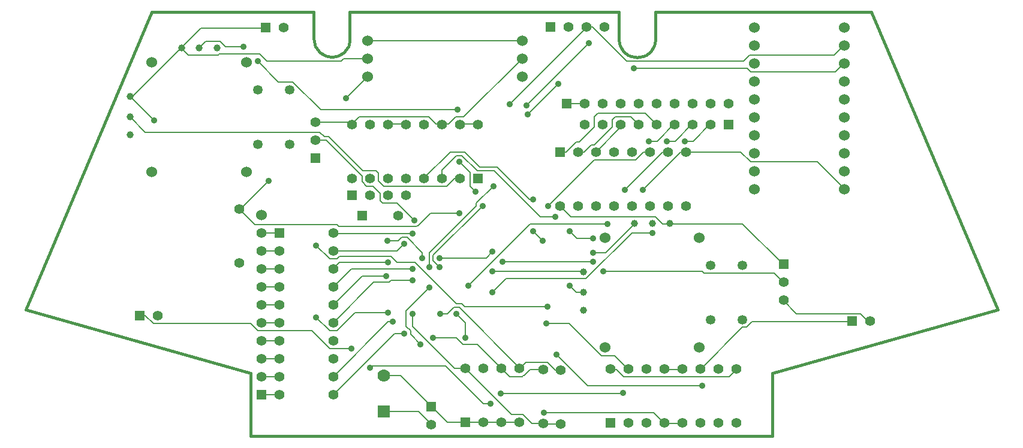
<source format=gbl>
G04 (created by PCBNEW-RS274X (20100406 SVN-R2508)-final) date 9/22/2010 8:11:36 PM*
G01*
G70*
G90*
%MOIN*%
G04 Gerber Fmt 3.4, Leading zero omitted, Abs format*
%FSLAX34Y34*%
G04 APERTURE LIST*
%ADD10C,0.006000*%
%ADD11C,0.015000*%
%ADD12C,0.060000*%
%ADD13R,0.055000X0.055000*%
%ADD14C,0.055000*%
%ADD15C,0.053000*%
%ADD16C,0.039000*%
%ADD17R,0.070000X0.070000*%
%ADD18C,0.070000*%
%ADD19C,0.035000*%
%ADD20C,0.008000*%
G04 APERTURE END LIST*
G54D10*
G54D11*
X47621Y-34111D02*
X62578Y-34111D01*
X64588Y-34111D02*
X65914Y-34111D01*
X65588Y-34110D02*
X67788Y-34110D01*
X36610Y-34110D02*
X45620Y-34110D01*
X45620Y-34110D02*
X45620Y-35610D01*
X45620Y-35610D02*
X45624Y-35697D01*
X45636Y-35783D01*
X45655Y-35868D01*
X45681Y-35952D01*
X45714Y-36032D01*
X45754Y-36109D01*
X45801Y-36183D01*
X45854Y-36252D01*
X45913Y-36317D01*
X45978Y-36376D01*
X46047Y-36429D01*
X46121Y-36476D01*
X46198Y-36516D01*
X46278Y-36549D01*
X46362Y-36575D01*
X46447Y-36594D01*
X46533Y-36606D01*
X46620Y-36610D01*
X46620Y-36610D02*
X46707Y-36606D01*
X46793Y-36594D01*
X46878Y-36575D01*
X46962Y-36549D01*
X47042Y-36516D01*
X47120Y-36476D01*
X47193Y-36429D01*
X47262Y-36376D01*
X47327Y-36317D01*
X47386Y-36252D01*
X47439Y-36183D01*
X47486Y-36109D01*
X47526Y-36032D01*
X47559Y-35952D01*
X47585Y-35868D01*
X47604Y-35783D01*
X47616Y-35697D01*
X47620Y-35610D01*
X47620Y-35610D02*
X47620Y-34110D01*
X62578Y-34110D02*
X62578Y-35610D01*
X62578Y-35630D02*
X62582Y-35717D01*
X62594Y-35803D01*
X62613Y-35888D01*
X62639Y-35972D01*
X62672Y-36052D01*
X62712Y-36129D01*
X62759Y-36203D01*
X62812Y-36272D01*
X62871Y-36337D01*
X62936Y-36396D01*
X63005Y-36449D01*
X63079Y-36496D01*
X63156Y-36536D01*
X63236Y-36569D01*
X63320Y-36595D01*
X63405Y-36614D01*
X63491Y-36626D01*
X63578Y-36630D01*
X63598Y-36630D02*
X63685Y-36626D01*
X63771Y-36614D01*
X63856Y-36595D01*
X63940Y-36569D01*
X64020Y-36536D01*
X64098Y-36496D01*
X64171Y-36449D01*
X64240Y-36396D01*
X64305Y-36337D01*
X64364Y-36272D01*
X64417Y-36203D01*
X64464Y-36129D01*
X64504Y-36052D01*
X64537Y-35972D01*
X64563Y-35888D01*
X64582Y-35803D01*
X64594Y-35717D01*
X64598Y-35630D01*
X64588Y-35629D02*
X64588Y-34129D01*
X67610Y-34110D02*
X76610Y-34110D01*
X76610Y-34110D02*
X83630Y-50690D01*
X83630Y-50690D02*
X71110Y-54210D01*
X71110Y-54210D02*
X71110Y-57710D01*
X71110Y-57710D02*
X42110Y-57710D01*
X42110Y-57710D02*
X42110Y-54210D01*
X42110Y-54210D02*
X29600Y-50690D01*
X29600Y-50690D02*
X36610Y-34110D01*
G54D12*
X75098Y-34965D03*
X75098Y-35965D03*
X75098Y-36965D03*
X75098Y-37965D03*
X75098Y-38965D03*
X75098Y-39965D03*
X75098Y-40965D03*
X75098Y-41965D03*
X75098Y-42965D03*
X75098Y-43965D03*
X70098Y-43965D03*
X70098Y-42965D03*
X70098Y-41965D03*
X70098Y-40965D03*
X70098Y-39965D03*
X70098Y-38965D03*
X70098Y-37965D03*
X70098Y-36965D03*
X70098Y-35965D03*
X70098Y-34965D03*
G54D13*
X59295Y-41915D03*
G54D14*
X60295Y-41915D03*
X61295Y-41915D03*
X62295Y-41915D03*
X63295Y-41915D03*
X64295Y-41915D03*
X65295Y-41915D03*
X66295Y-41915D03*
X66295Y-44915D03*
X65295Y-44915D03*
X64295Y-44915D03*
X63295Y-44915D03*
X62295Y-44915D03*
X61295Y-44915D03*
X60295Y-44915D03*
X59295Y-44915D03*
G54D13*
X54750Y-43370D03*
G54D14*
X53750Y-43370D03*
X52750Y-43370D03*
X51750Y-43370D03*
X50750Y-43370D03*
X49750Y-43370D03*
X48750Y-43370D03*
X47750Y-43370D03*
X47750Y-40370D03*
X48750Y-40370D03*
X49750Y-40370D03*
X50750Y-40370D03*
X51750Y-40370D03*
X52750Y-40370D03*
X53750Y-40370D03*
X54750Y-40370D03*
G54D13*
X48289Y-45443D03*
G54D14*
X50289Y-45443D03*
G54D12*
X67050Y-52770D03*
X67050Y-46670D03*
X61810Y-46670D03*
X61810Y-52770D03*
G54D15*
X69450Y-51230D03*
X67680Y-51230D03*
X69450Y-48200D03*
X67680Y-48200D03*
G54D16*
X65420Y-45880D03*
X64430Y-45880D03*
X63450Y-45880D03*
X60590Y-50700D03*
X60590Y-49720D03*
X60590Y-48580D03*
G54D12*
X41860Y-43010D03*
X41860Y-36910D03*
X36620Y-36910D03*
X36620Y-43010D03*
G54D15*
X44260Y-41470D03*
X42490Y-41470D03*
X44260Y-38440D03*
X42490Y-38440D03*
G54D16*
X40230Y-36120D03*
X39240Y-36120D03*
X38260Y-36120D03*
X35400Y-40940D03*
X35400Y-39960D03*
X35400Y-38820D03*
G54D17*
X49518Y-56335D03*
G54D18*
X49518Y-54335D03*
G54D12*
X57220Y-37723D03*
X57220Y-35723D03*
X57220Y-36723D03*
X48600Y-37723D03*
X48600Y-35723D03*
X48600Y-36723D03*
G54D14*
X59331Y-57061D03*
X59331Y-54061D03*
X58386Y-57022D03*
X58386Y-54022D03*
G54D13*
X52136Y-56065D03*
G54D14*
X52136Y-57065D03*
G54D13*
X45719Y-42240D03*
G54D14*
X45719Y-41240D03*
X45719Y-40240D03*
G54D13*
X71722Y-48154D03*
G54D14*
X71722Y-49154D03*
X71722Y-50154D03*
G54D13*
X47752Y-44311D03*
G54D14*
X48752Y-44311D03*
X49752Y-44311D03*
X50752Y-44311D03*
G54D13*
X54051Y-56953D03*
G54D14*
X55051Y-56953D03*
X56051Y-56953D03*
X57051Y-56953D03*
X57051Y-53953D03*
X56051Y-53953D03*
X55051Y-53953D03*
X54051Y-53953D03*
G54D13*
X42717Y-55406D03*
G54D14*
X42717Y-54406D03*
X42717Y-53406D03*
X42717Y-52406D03*
X42717Y-51406D03*
X42717Y-50406D03*
X42717Y-49406D03*
X42717Y-48406D03*
X42717Y-47406D03*
X42717Y-46406D03*
G54D12*
X42717Y-45406D03*
G54D13*
X68657Y-40374D03*
G54D14*
X67657Y-40374D03*
X66657Y-40374D03*
X65657Y-40374D03*
X64657Y-40374D03*
X63657Y-40374D03*
X62657Y-40374D03*
X61657Y-40374D03*
X60657Y-40374D03*
G54D13*
X43697Y-46406D03*
G54D14*
X43697Y-47406D03*
X43697Y-48406D03*
X43697Y-49406D03*
X43697Y-50406D03*
X43697Y-51406D03*
X43697Y-52406D03*
X43697Y-53406D03*
X43697Y-54406D03*
X43697Y-55406D03*
X46697Y-55406D03*
X46697Y-54406D03*
X46697Y-53406D03*
X46697Y-52406D03*
X46697Y-51406D03*
X46697Y-50406D03*
X46697Y-49406D03*
X46697Y-48406D03*
X46697Y-47406D03*
X46697Y-46406D03*
G54D13*
X62100Y-56982D03*
G54D14*
X63100Y-56982D03*
X64100Y-56982D03*
X65100Y-56982D03*
X66100Y-56982D03*
X67100Y-56982D03*
X68100Y-56982D03*
X69100Y-56982D03*
X69100Y-53982D03*
X68100Y-53982D03*
X67100Y-53982D03*
X66100Y-53982D03*
X65100Y-53982D03*
X64100Y-53982D03*
X63100Y-53982D03*
X62100Y-53982D03*
G54D13*
X35947Y-51024D03*
G54D14*
X36947Y-51024D03*
G54D13*
X75553Y-51329D03*
G54D14*
X76553Y-51329D03*
G54D13*
X58780Y-34942D03*
G54D14*
X59780Y-34942D03*
X60780Y-34942D03*
X61780Y-34942D03*
X41486Y-48094D03*
X41486Y-45094D03*
G54D13*
X42945Y-34980D03*
G54D14*
X43945Y-34980D03*
G54D13*
X59657Y-39224D03*
G54D14*
X60657Y-39224D03*
X61657Y-39224D03*
X62657Y-39224D03*
X63657Y-39224D03*
X64657Y-39224D03*
X65657Y-39224D03*
X66657Y-39224D03*
X67657Y-39224D03*
X68657Y-39224D03*
G54D19*
X53550Y-50900D03*
X54050Y-52250D03*
X45750Y-51100D03*
X49750Y-50850D03*
X51100Y-50900D03*
X58600Y-50500D03*
X45750Y-47100D03*
X47400Y-38900D03*
X54600Y-44100D03*
X36750Y-40150D03*
X53700Y-42450D03*
X58400Y-56400D03*
X61150Y-47500D03*
X55550Y-48550D03*
X63900Y-44000D03*
X50000Y-51350D03*
X58650Y-44900D03*
X64450Y-46400D03*
X55550Y-49700D03*
X64250Y-41300D03*
X67200Y-54900D03*
X59114Y-53165D03*
X62900Y-44000D03*
X61950Y-45900D03*
X54200Y-49350D03*
X42500Y-36850D03*
X53600Y-39550D03*
X41700Y-36050D03*
X62800Y-55300D03*
X47700Y-52850D03*
X48750Y-53900D03*
X56000Y-55350D03*
X55450Y-55900D03*
X58542Y-51446D03*
X53700Y-45300D03*
X43100Y-43500D03*
X59200Y-38100D03*
X57500Y-39800D03*
X55000Y-44900D03*
X56500Y-39250D03*
X52600Y-48300D03*
X58350Y-46850D03*
X57800Y-44550D03*
X59850Y-49350D03*
X57800Y-46300D03*
X52650Y-50900D03*
X51100Y-49050D03*
X51200Y-45700D03*
X51100Y-46450D03*
X51650Y-47800D03*
X49700Y-46850D03*
X50650Y-47000D03*
X51100Y-48400D03*
X55550Y-47450D03*
X61700Y-48550D03*
X56100Y-48000D03*
X52600Y-47800D03*
X61150Y-48000D03*
X59050Y-45500D03*
X61150Y-46700D03*
X59850Y-46300D03*
X52250Y-52250D03*
X52050Y-49450D03*
X60900Y-35850D03*
X55600Y-43800D03*
X63400Y-37250D03*
X57450Y-39300D03*
X51550Y-52600D03*
X52050Y-48300D03*
X49650Y-48800D03*
X49750Y-48050D03*
X66250Y-41300D03*
X50650Y-52000D03*
X65250Y-41300D03*
G54D20*
X57750Y-57000D02*
X57250Y-56500D01*
X58400Y-57000D02*
X57750Y-57000D01*
X56600Y-56500D02*
X54050Y-53950D01*
X57250Y-56500D02*
X56600Y-56500D01*
X54050Y-51400D02*
X53550Y-50900D01*
X54050Y-52250D02*
X54050Y-51400D01*
X46500Y-51850D02*
X46900Y-51850D01*
X45750Y-51100D02*
X46500Y-51850D01*
X46900Y-51850D02*
X47900Y-50850D01*
X47900Y-50850D02*
X49750Y-50850D01*
X59900Y-45500D02*
X64600Y-45500D01*
X65400Y-45900D02*
X65000Y-45900D01*
X64600Y-45500D02*
X65000Y-45900D01*
X59300Y-44900D02*
X59900Y-45500D01*
X59300Y-44900D02*
X59295Y-44915D01*
X54051Y-53953D02*
X54050Y-53950D01*
X58400Y-57000D02*
X58386Y-57022D01*
X71722Y-48154D02*
X71700Y-48150D01*
X71700Y-48150D02*
X69450Y-45900D01*
X69450Y-45900D02*
X65400Y-45900D01*
X65400Y-45900D02*
X65420Y-45880D01*
X54750Y-40350D02*
X54750Y-40370D01*
X58400Y-57000D02*
X58450Y-57050D01*
X59350Y-57050D02*
X59331Y-57061D01*
X58450Y-57050D02*
X59350Y-57050D01*
X53750Y-40370D02*
X53750Y-40350D01*
X53750Y-40350D02*
X54750Y-40350D01*
X53450Y-53950D02*
X54050Y-53950D01*
X51100Y-51600D02*
X53450Y-53950D01*
X51100Y-50900D02*
X51100Y-51600D01*
X62850Y-54400D02*
X68700Y-54400D01*
X62100Y-53982D02*
X62100Y-54000D01*
X62450Y-54000D02*
X62100Y-54000D01*
X69100Y-54000D02*
X68700Y-54400D01*
X69100Y-54000D02*
X69100Y-53982D01*
X62450Y-54000D02*
X62850Y-54400D01*
X53550Y-50350D02*
X53850Y-50350D01*
X54000Y-50500D02*
X58600Y-50500D01*
X53850Y-50350D02*
X54000Y-50500D01*
X51250Y-48050D02*
X53550Y-50350D01*
X45750Y-47100D02*
X46500Y-47850D01*
X47050Y-47700D02*
X49900Y-47700D01*
X46500Y-47850D02*
X46900Y-47850D01*
X50250Y-48050D02*
X51250Y-48050D01*
X46900Y-47850D02*
X47050Y-47700D01*
X49900Y-47700D02*
X50250Y-48050D01*
X48600Y-37723D02*
X48600Y-37700D01*
X47400Y-38900D02*
X48600Y-37700D01*
X73600Y-42450D02*
X69900Y-42450D01*
X60657Y-39224D02*
X60650Y-39200D01*
X60650Y-39200D02*
X59650Y-39200D01*
X59650Y-39200D02*
X59657Y-39224D01*
X53491Y-39950D02*
X53950Y-39950D01*
X53091Y-40350D02*
X53491Y-39950D01*
X57200Y-36700D02*
X53950Y-39950D01*
X57200Y-36700D02*
X57220Y-36723D01*
X76450Y-51350D02*
X76550Y-51350D01*
X38250Y-36100D02*
X38650Y-36500D01*
X47150Y-36850D02*
X43000Y-36850D01*
X47277Y-36723D02*
X48600Y-36723D01*
X47150Y-36850D02*
X47277Y-36723D01*
X42600Y-36450D02*
X43000Y-36850D01*
X69900Y-42450D02*
X69350Y-41900D01*
X66300Y-41900D02*
X69350Y-41900D01*
X75100Y-43950D02*
X75098Y-43965D01*
X75100Y-43950D02*
X73600Y-42450D01*
X40300Y-36500D02*
X40350Y-36450D01*
X48150Y-39950D02*
X52000Y-39950D01*
X52750Y-40350D02*
X52400Y-40350D01*
X52000Y-39950D02*
X52400Y-40350D01*
X48150Y-39950D02*
X47750Y-40350D01*
X52750Y-40350D02*
X53091Y-40350D01*
X38260Y-36120D02*
X38250Y-36100D01*
X38250Y-36100D02*
X39350Y-35000D01*
X42950Y-35000D02*
X42945Y-34980D01*
X39350Y-35000D02*
X42950Y-35000D01*
X52750Y-40350D02*
X52750Y-40370D01*
X36750Y-40150D02*
X35400Y-38800D01*
X38650Y-36500D02*
X40300Y-36500D01*
X54300Y-43050D02*
X53700Y-42450D01*
X54300Y-43800D02*
X54300Y-43050D01*
X54600Y-44100D02*
X54300Y-43800D01*
X40350Y-36450D02*
X42600Y-36450D01*
X35400Y-38820D02*
X35400Y-38800D01*
X71722Y-50154D02*
X71700Y-50150D01*
X71700Y-50150D02*
X72450Y-50900D01*
X72450Y-50900D02*
X76000Y-50900D01*
X76000Y-50900D02*
X76450Y-51350D01*
X76550Y-51350D02*
X76553Y-51329D01*
X65100Y-56982D02*
X65100Y-57000D01*
X65100Y-57000D02*
X64500Y-56400D01*
X64500Y-56400D02*
X58400Y-56400D01*
X65100Y-57000D02*
X66100Y-57000D01*
X66100Y-57000D02*
X66100Y-56982D01*
X66100Y-53982D02*
X66100Y-54000D01*
X66100Y-54000D02*
X65100Y-54000D01*
X65100Y-54000D02*
X65100Y-53982D01*
X63450Y-45880D02*
X63450Y-45900D01*
X63450Y-45900D02*
X61850Y-47500D01*
X61850Y-47500D02*
X61150Y-47500D01*
X38250Y-36100D02*
X35550Y-38800D01*
X35550Y-38800D02*
X35400Y-38800D01*
X52136Y-56065D02*
X52150Y-56050D01*
X52150Y-56050D02*
X50450Y-54350D01*
X50450Y-54350D02*
X49500Y-54350D01*
X49500Y-54350D02*
X49518Y-54335D01*
X52150Y-56050D02*
X53050Y-56950D01*
X53050Y-56950D02*
X54050Y-56950D01*
X54050Y-56950D02*
X54051Y-56953D01*
X47750Y-40370D02*
X47750Y-40350D01*
X47750Y-40350D02*
X47650Y-40250D01*
X45700Y-40250D02*
X45719Y-40240D01*
X47650Y-40250D02*
X45700Y-40250D01*
X56051Y-56953D02*
X56050Y-56950D01*
X56050Y-56950D02*
X57050Y-56950D01*
X57050Y-56950D02*
X57051Y-56953D01*
X54050Y-56950D02*
X55050Y-56950D01*
X55050Y-56950D02*
X55051Y-56953D01*
X56050Y-56950D02*
X55050Y-56950D01*
X60590Y-48580D02*
X60600Y-48600D01*
X60600Y-48600D02*
X60550Y-48550D01*
X60550Y-48550D02*
X55550Y-48550D01*
X63900Y-44000D02*
X66000Y-41900D01*
X66000Y-41900D02*
X66300Y-41900D01*
X66300Y-41900D02*
X66295Y-41915D01*
X42717Y-49406D02*
X42700Y-49400D01*
X42700Y-49400D02*
X43700Y-49400D01*
X43700Y-49400D02*
X43697Y-49406D01*
X42700Y-51400D02*
X43700Y-51400D01*
X43700Y-51400D02*
X43697Y-51406D01*
X42717Y-51406D02*
X42700Y-51400D01*
X42700Y-53400D02*
X42717Y-53406D01*
X43697Y-53406D02*
X43700Y-53400D01*
X43700Y-53400D02*
X42700Y-53400D01*
X42717Y-55406D02*
X42700Y-55400D01*
X42700Y-55400D02*
X43700Y-55400D01*
X43700Y-55400D02*
X43697Y-55406D01*
X46700Y-54400D02*
X49750Y-51350D01*
X49750Y-51350D02*
X50000Y-51350D01*
X46697Y-54406D02*
X46700Y-54400D01*
X61200Y-42350D02*
X63500Y-42350D01*
X58650Y-44900D02*
X61200Y-42350D01*
X63500Y-42350D02*
X63950Y-41900D01*
X63950Y-41900D02*
X64300Y-41900D01*
X64300Y-41900D02*
X64295Y-41915D01*
X55550Y-49700D02*
X56300Y-48950D01*
X63300Y-46400D02*
X64450Y-46400D01*
X56300Y-48950D02*
X60750Y-48950D01*
X60750Y-48950D02*
X63300Y-46400D01*
X64700Y-41300D02*
X64250Y-41300D01*
X65650Y-40350D02*
X64700Y-41300D01*
X65650Y-40350D02*
X65657Y-40374D01*
X60850Y-54900D02*
X67200Y-54900D01*
X59350Y-53400D02*
X59349Y-53400D01*
X59349Y-53400D02*
X59114Y-53165D01*
X59350Y-53400D02*
X60850Y-54900D01*
X62900Y-44000D02*
X65000Y-41900D01*
X57650Y-45900D02*
X61950Y-45900D01*
X65000Y-41900D02*
X65300Y-41900D01*
X65295Y-41915D02*
X65300Y-41900D01*
X54200Y-49350D02*
X57650Y-45900D01*
X46000Y-39550D02*
X44450Y-38000D01*
X39250Y-36100D02*
X39600Y-35750D01*
X42500Y-36850D02*
X43650Y-38000D01*
X40400Y-35750D02*
X40700Y-36050D01*
X40700Y-36050D02*
X41700Y-36050D01*
X39600Y-35750D02*
X40400Y-35750D01*
X39250Y-36100D02*
X39240Y-36120D01*
X43650Y-38000D02*
X44450Y-38000D01*
X46000Y-39550D02*
X53600Y-39550D01*
X49080Y-42950D02*
X49200Y-43070D01*
X46450Y-41050D02*
X48350Y-42950D01*
X46200Y-41050D02*
X46450Y-41050D01*
X35400Y-39950D02*
X36250Y-40800D01*
X35400Y-39950D02*
X35400Y-39960D01*
X45950Y-40800D02*
X46200Y-41050D01*
X49200Y-43500D02*
X49500Y-43800D01*
X49500Y-43800D02*
X53019Y-43800D01*
X53469Y-43350D02*
X53019Y-43800D01*
X49200Y-43070D02*
X49200Y-43500D01*
X48350Y-42950D02*
X49080Y-42950D01*
X53469Y-43350D02*
X53750Y-43350D01*
X53750Y-43350D02*
X53750Y-43370D01*
X36250Y-40800D02*
X45950Y-40800D01*
X62200Y-40500D02*
X62200Y-40111D01*
X60295Y-41915D02*
X60300Y-41900D01*
X60650Y-41900D02*
X60300Y-41900D01*
X61050Y-41500D02*
X60650Y-41900D01*
X61200Y-41500D02*
X61050Y-41500D01*
X62200Y-40500D02*
X61200Y-41500D01*
X63650Y-40350D02*
X63237Y-39937D01*
X63650Y-40350D02*
X63657Y-40374D01*
X62374Y-39937D02*
X63237Y-39937D01*
X62200Y-40111D02*
X62374Y-39937D01*
X36250Y-51000D02*
X35950Y-51000D01*
X47700Y-52850D02*
X46500Y-52850D01*
X42100Y-51450D02*
X36700Y-51450D01*
X62800Y-55300D02*
X62750Y-55350D01*
X62750Y-55350D02*
X56000Y-55350D01*
X55050Y-55900D02*
X52950Y-53800D01*
X45500Y-51850D02*
X42500Y-51850D01*
X48850Y-53800D02*
X48750Y-53900D01*
X52950Y-53800D02*
X48850Y-53800D01*
X46500Y-52850D02*
X45500Y-51850D01*
X55450Y-55900D02*
X55050Y-55900D01*
X42500Y-51850D02*
X42100Y-51450D01*
X36700Y-51450D02*
X36250Y-51000D01*
X35950Y-51000D02*
X35947Y-51024D01*
X69684Y-51650D02*
X69450Y-51650D01*
X67100Y-54000D02*
X69450Y-51650D01*
X75532Y-51350D02*
X75553Y-51329D01*
X69984Y-51350D02*
X75532Y-51350D01*
X69684Y-51650D02*
X69984Y-51350D01*
X67100Y-54000D02*
X67100Y-53982D01*
X62350Y-53250D02*
X61597Y-53250D01*
X63100Y-53982D02*
X63100Y-54000D01*
X63100Y-54000D02*
X62350Y-53250D01*
X61597Y-53250D02*
X59794Y-51447D01*
X58541Y-51447D02*
X58542Y-51446D01*
X59794Y-51447D02*
X58541Y-51447D01*
X41486Y-45094D02*
X41500Y-45100D01*
X47002Y-46050D02*
X51300Y-46050D01*
X52100Y-45300D02*
X53700Y-45300D01*
X51400Y-46000D02*
X52100Y-45300D01*
X51350Y-46000D02*
X51400Y-46000D01*
X41500Y-45100D02*
X43100Y-43500D01*
X51300Y-46050D02*
X51350Y-46000D01*
X42350Y-45950D02*
X41500Y-45100D01*
X47002Y-46050D02*
X46902Y-45950D01*
X42350Y-45950D02*
X46902Y-45950D01*
X42700Y-54400D02*
X43700Y-54400D01*
X42717Y-54406D02*
X42700Y-54400D01*
X43700Y-54400D02*
X43697Y-54406D01*
X42717Y-52406D02*
X42700Y-52400D01*
X43700Y-52400D02*
X43697Y-52406D01*
X42700Y-52400D02*
X43700Y-52400D01*
X42700Y-50400D02*
X43700Y-50400D01*
X43700Y-50400D02*
X43697Y-50406D01*
X42717Y-50406D02*
X42700Y-50400D01*
X42717Y-48406D02*
X42700Y-48400D01*
X43700Y-48400D02*
X43697Y-48406D01*
X42700Y-48400D02*
X43700Y-48400D01*
X42717Y-46406D02*
X42700Y-46400D01*
X43700Y-46400D02*
X43697Y-46406D01*
X42700Y-46400D02*
X43700Y-46400D01*
X43700Y-47400D02*
X42700Y-47400D01*
X42700Y-47400D02*
X42717Y-47406D01*
X43697Y-47406D02*
X43700Y-47400D01*
X59200Y-38100D02*
X57500Y-39800D01*
X55000Y-44900D02*
X52250Y-47650D01*
X52250Y-47950D02*
X52600Y-48300D01*
X56500Y-39250D02*
X60800Y-34950D01*
X63000Y-36850D02*
X61100Y-34950D01*
X69500Y-36850D02*
X63000Y-36850D01*
X60800Y-34950D02*
X61100Y-34950D01*
X69850Y-36500D02*
X69500Y-36850D01*
X75100Y-35950D02*
X75098Y-35965D01*
X75100Y-35950D02*
X74550Y-36500D01*
X74550Y-36500D02*
X69850Y-36500D01*
X60780Y-34942D02*
X60800Y-34950D01*
X52250Y-47950D02*
X52250Y-47650D01*
X55799Y-42749D02*
X57600Y-44550D01*
X51750Y-43350D02*
X51750Y-43370D01*
X60200Y-49700D02*
X60600Y-49700D01*
X59850Y-49350D02*
X60200Y-49700D01*
X57600Y-44550D02*
X57800Y-44550D01*
X53200Y-41900D02*
X54000Y-41900D01*
X57800Y-46300D02*
X58350Y-46850D01*
X54000Y-41900D02*
X54849Y-42749D01*
X51750Y-43350D02*
X53200Y-41900D01*
X54849Y-42749D02*
X55799Y-42749D01*
X60590Y-49720D02*
X60600Y-49700D01*
X50750Y-40370D02*
X50750Y-40350D01*
X49750Y-40350D02*
X49750Y-40370D01*
X50750Y-40350D02*
X49750Y-40350D01*
X53700Y-50550D02*
X53400Y-50550D01*
X53050Y-50900D02*
X52650Y-50900D01*
X53400Y-50550D02*
X53050Y-50900D01*
X57050Y-53900D02*
X53700Y-50550D01*
X57050Y-53900D02*
X57050Y-53950D01*
X57051Y-53953D02*
X57050Y-53950D01*
X57050Y-53950D02*
X57400Y-53600D01*
X59050Y-54050D02*
X59350Y-54050D01*
X57400Y-53600D02*
X58600Y-53600D01*
X58600Y-53600D02*
X59050Y-54050D01*
X59350Y-54050D02*
X59331Y-54061D01*
X52150Y-57050D02*
X51450Y-56350D01*
X52136Y-57065D02*
X52150Y-57050D01*
X49500Y-56350D02*
X49518Y-56335D01*
X51450Y-56350D02*
X49500Y-56350D01*
X57200Y-35700D02*
X57220Y-35723D01*
X48600Y-35700D02*
X57200Y-35700D01*
X48600Y-35723D02*
X48600Y-35700D01*
X46700Y-51400D02*
X48950Y-49150D01*
X49895Y-49050D02*
X51100Y-49050D01*
X49895Y-49050D02*
X49795Y-49150D01*
X46697Y-51406D02*
X46700Y-51400D01*
X49795Y-49150D02*
X48950Y-49150D01*
X48900Y-43800D02*
X48550Y-43800D01*
X48300Y-43550D02*
X48550Y-43800D01*
X45700Y-41250D02*
X45719Y-41240D01*
X48300Y-43250D02*
X46300Y-41250D01*
X49300Y-44200D02*
X48900Y-43800D01*
X51200Y-45700D02*
X50250Y-44750D01*
X46300Y-41250D02*
X45700Y-41250D01*
X49300Y-44599D02*
X49451Y-44750D01*
X49451Y-44750D02*
X50250Y-44750D01*
X48300Y-43250D02*
X48300Y-43550D01*
X49300Y-44200D02*
X49300Y-44599D01*
X46750Y-46450D02*
X51100Y-46450D01*
X46697Y-46406D02*
X46700Y-46400D01*
X46700Y-46400D02*
X46750Y-46450D01*
X51650Y-47500D02*
X50800Y-46650D01*
X50800Y-46650D02*
X50500Y-46650D01*
X51650Y-47800D02*
X51650Y-47500D01*
X50300Y-46850D02*
X49700Y-46850D01*
X50500Y-46650D02*
X50300Y-46850D01*
X46700Y-47400D02*
X46697Y-47406D01*
X50250Y-47400D02*
X46700Y-47400D01*
X50650Y-47000D02*
X50250Y-47400D01*
X46697Y-49406D02*
X46700Y-49400D01*
X47700Y-48400D02*
X51100Y-48400D01*
X46700Y-49400D02*
X47700Y-48400D01*
X67299Y-48650D02*
X71200Y-48650D01*
X67199Y-48550D02*
X67299Y-48650D01*
X71700Y-49150D02*
X71722Y-49154D01*
X71700Y-49150D02*
X71200Y-48650D01*
X67199Y-48550D02*
X61700Y-48550D01*
X55550Y-47450D02*
X55200Y-47800D01*
X61150Y-48000D02*
X56100Y-48000D01*
X55200Y-47800D02*
X52600Y-47800D01*
X53550Y-42100D02*
X53850Y-42100D01*
X59850Y-46300D02*
X60250Y-46700D01*
X60250Y-46700D02*
X61150Y-46700D01*
X58200Y-45500D02*
X59050Y-45500D01*
X54700Y-42950D02*
X55650Y-42950D01*
X52750Y-42900D02*
X53550Y-42100D01*
X53850Y-42100D02*
X54700Y-42950D01*
X55650Y-42950D02*
X58200Y-45500D01*
X52750Y-42900D02*
X52750Y-43370D01*
X56500Y-54400D02*
X57200Y-54400D01*
X56050Y-53950D02*
X56500Y-54400D01*
X57250Y-54350D02*
X57300Y-54350D01*
X57300Y-54350D02*
X57650Y-54000D01*
X57650Y-54000D02*
X58400Y-54000D01*
X58400Y-54000D02*
X58386Y-54022D01*
X56051Y-53953D02*
X56050Y-53950D01*
X53550Y-52250D02*
X52250Y-52250D01*
X53900Y-52600D02*
X53550Y-52250D01*
X54700Y-52600D02*
X53900Y-52600D01*
X56050Y-53950D02*
X54700Y-52600D01*
X57200Y-54400D02*
X57250Y-54350D01*
X60900Y-35850D02*
X57450Y-39300D01*
X54650Y-44900D02*
X52050Y-47500D01*
X55600Y-43800D02*
X54650Y-44750D01*
X52050Y-49450D02*
X50750Y-50750D01*
X74600Y-37450D02*
X69900Y-37450D01*
X75100Y-36950D02*
X75098Y-36965D01*
X75100Y-36950D02*
X74600Y-37450D01*
X69900Y-37450D02*
X69700Y-37250D01*
X69700Y-37250D02*
X63400Y-37250D01*
X54650Y-44900D02*
X54650Y-44750D01*
X51000Y-52050D02*
X51550Y-52600D01*
X51000Y-51850D02*
X51000Y-52050D01*
X52050Y-48300D02*
X52050Y-47500D01*
X51000Y-51850D02*
X50750Y-51600D01*
X50750Y-51600D02*
X50750Y-50750D01*
X46697Y-50406D02*
X46700Y-50400D01*
X48300Y-48800D02*
X49650Y-48800D01*
X46700Y-50400D02*
X48300Y-48800D01*
X46697Y-48406D02*
X46700Y-48400D01*
X47050Y-48050D02*
X49750Y-48050D01*
X46700Y-48400D02*
X47050Y-48050D01*
X66700Y-41300D02*
X66250Y-41300D01*
X67650Y-40350D02*
X66700Y-41300D01*
X67650Y-40350D02*
X67657Y-40374D01*
X50100Y-52000D02*
X50650Y-52000D01*
X46697Y-55406D02*
X46700Y-55400D01*
X46700Y-55400D02*
X50100Y-52000D01*
X62650Y-40550D02*
X61300Y-41900D01*
X61300Y-41900D02*
X61295Y-41915D01*
X62657Y-40374D02*
X62650Y-40350D01*
X62650Y-40350D02*
X62650Y-40550D01*
X61200Y-39957D02*
X61200Y-40500D01*
X59295Y-41915D02*
X59300Y-41900D01*
X59650Y-41900D02*
X59300Y-41900D01*
X60204Y-41346D02*
X59650Y-41900D01*
X60354Y-41346D02*
X60204Y-41346D01*
X61200Y-40500D02*
X60354Y-41346D01*
X61407Y-39750D02*
X61200Y-39957D01*
X64650Y-40350D02*
X64657Y-40374D01*
X64650Y-40350D02*
X64050Y-39750D01*
X64050Y-39750D02*
X61407Y-39750D01*
X65700Y-41300D02*
X65250Y-41300D01*
X66650Y-40350D02*
X65700Y-41300D01*
X66650Y-40350D02*
X66657Y-40374D01*
M02*

</source>
